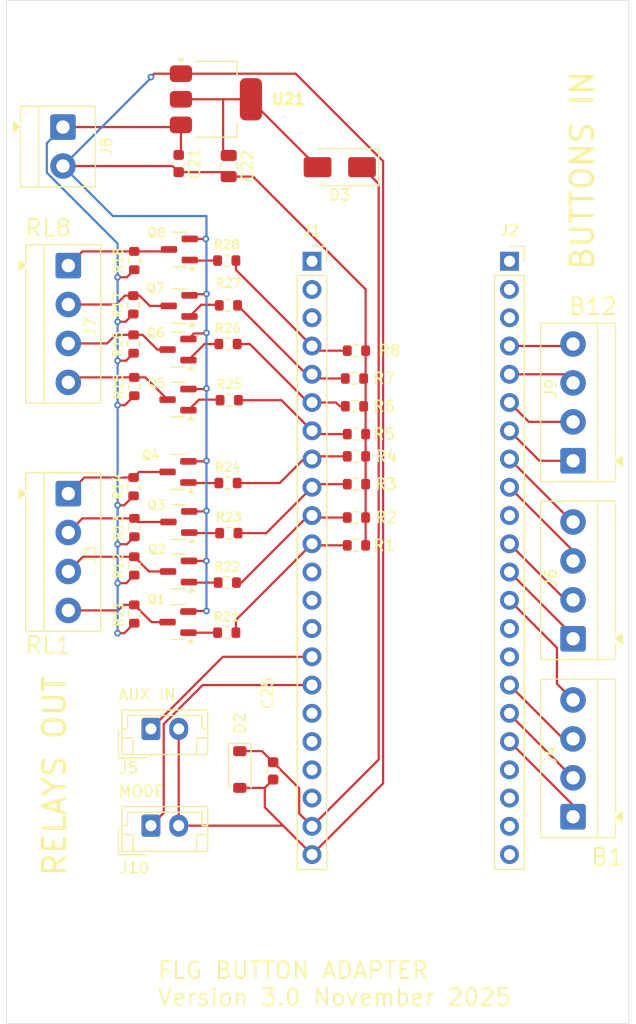
<source format=kicad_pcb>
(kicad_pcb (version 20241229) (generator "pcbnew") (generator_version "9.0")
  (layers (0 "F.Cu" signal) (2 "B.Cu" signal) (13 "F.Paste" user) (15 "B.Paste" user) (5 "F.SilkS" user "F.Silkscreen") (7 "B.SilkS" user "B.Silkscreen") (1 "F.Mask" user) (3 "B.Mask" user) (25 "Edge.Cuts" user))
  (net 0 "")
  (net 1 "+5V")
  (net 3 "/IN 9")
  (net 4 "/IN 11")
  (net 5 "/IN 12")
  (net 6 "/IN 10")
  (net 7 "GND")
  (net 8 "/IN 2")
  (net 9 "/IN 1")
  (net 10 "/IN 3")
  (net 11 "/IN 4")
  (net 12 "/OUT 3")
  (net 13 "/OUT 2")
  (net 14 "/OUT 4")
  (net 15 "/OUT 1")
  (net 16 "/IN 5")
  (net 17 "/IN 7")
  (net 18 "/OUT 8")
  (net 19 "/IN 8")
  (net 20 "/IN 6")
  (net 21 "/OUT 5")
  (net 22 "/OUT 6")
  (net 23 "/OUT 7")
  (net 25 "+12V")
  (net 26 "/SIGNAL 3")
  (net 27 "/SIGNAL 4")
  (net 28 "/SIGNAL 1")
  (net 29 "/SIGNAL 2")
  (net 30 "/SIGNAL 6")
  (net 31 "/SIGNAL 7")
  (net 32 "/SIGNAL 8")
  (net 33 "/SIGNAL 5")
  (net 34 "Net-(Q1-B)")
  (net 35 "Net-(Q2-B)")
  (net 36 "Net-(Q3-B)")
  (net 37 "Net-(Q4-B)")
  (net 38 "Net-(Q5-B)")
  (net 39 "Net-(Q6-B)")
  (net 40 "Net-(Q7-B)")
  (net 41 "Net-(Q8-B)")
  (net 42 "Net-(D3-A)")
  (net 47 "/AUX IN")
  (net 48 "/MODE")
  (footprint "Package_TO_SOT_SMD:SOT-23" (layer "F.Cu") (at 70.0375 71.975 180)
    (property "Reference" "Q7" (at 2.125 1.6 0) (layer "F.SilkS") (effects (font (size 0.8 0.8))))
    (property "Value" "BC817")
    (pad "1" smd roundrect (at -0.9375 -0.95 180) (size 1.475 0.6) (layers "F.Cu" "F.Mask" "F.Paste") (net 40 "Net-(Q7-B)"))
    (pad "2" smd roundrect (at -0.9375 0.95 180) (size 1.475 0.6) (layers "F.Cu" "F.Mask" "F.Paste") (net 7 "GND"))
    (pad "3" smd roundrect (at 0.9375 0 180) (size 1.475 0.6) (layers "F.Cu" "F.Mask" "F.Paste") (net 31 "/SIGNAL 7"))
  )
  (footprint "Resistor_SMD:R_0603_1608Metric" (layer "F.Cu") (at 66 99.675 90)
    (property "Reference" "R11" (at 0 -1.43 90) (layer "F.SilkS") (effects (font (size 0.8 0.8))))
    (property "Value" "10K")
    (pad "1" smd roundrect (at -0.825 0 90) (size 0.8 0.95) (layers "F.Cu" "F.Mask" "F.Paste") (net 25 "+12V"))
    (pad "2" smd roundrect (at 0.825 0 90) (size 0.8 0.95) (layers "F.Cu" "F.Mask" "F.Paste") (net 28 "/SIGNAL 1"))
  )
  (footprint "Package_TO_SOT_SMD:SOT-23" (layer "F.Cu") (at 69.9375 75.9 180)
    (property "Reference" "Q6" (at 2 1.5 0) (layer "F.SilkS") (effects (font (size 0.8 0.8))))
    (property "Value" "BC817")
    (pad "1" smd roundrect (at -0.9375 -0.95 180) (size 1.475 0.6) (layers "F.Cu" "F.Mask" "F.Paste") (net 39 "Net-(Q6-B)"))
    (pad "2" smd roundrect (at -0.9375 0.95 180) (size 1.475 0.6) (layers "F.Cu" "F.Mask" "F.Paste") (net 7 "GND"))
    (pad "3" smd roundrect (at 0.9375 0 180) (size 1.475 0.6) (layers "F.Cu" "F.Mask" "F.Paste") (net 30 "/SIGNAL 6"))
  )
  (footprint "Resistor_SMD:R_0603_1608Metric" (layer "F.Cu") (at 74.4375 75.4)
    (property "Reference" "R26" (at 0 -1.43 0) (layer "F.SilkS") (effects (font (size 0.8 0.8))))
    (property "Value" "4.7k")
    (pad "1" smd roundrect (at -0.825 0) (size 0.8 0.95) (layers "F.Cu" "F.Mask" "F.Paste") (net 39 "Net-(Q6-B)"))
    (pad "2" smd roundrect (at 0.825 0) (size 0.8 0.95) (layers "F.Cu" "F.Mask" "F.Paste") (net 22 "/OUT 6"))
  )
  (footprint "Package_TO_SOT_SMD:SOT-23" (layer "F.Cu") (at 69.9375 80.4 180)
    (property "Reference" "Q5" (at 1.9375 1.5 0) (layer "F.SilkS") (effects (font (size 0.8 0.8) (thickness 0.125))))
    (property "Value" "BC817")
    (pad "1" smd roundrect (at -0.9375 -0.95 180) (size 1.475 0.6) (layers "F.Cu" "F.Mask" "F.Paste") (net 38 "Net-(Q5-B)"))
    (pad "2" smd roundrect (at -0.9375 0.95 180) (size 1.475 0.6) (layers "F.Cu" "F.Mask" "F.Paste") (net 7 "GND"))
    (pad "3" smd roundrect (at 0.9375 0 180) (size 1.475 0.6) (layers "F.Cu" "F.Mask" "F.Paste") (net 33 "/SIGNAL 5"))
  )
  (footprint "TerminalBlock_MetzConnect:TerminalBlock_MetzConnect_Type059_RT06304HBWC_1x04_P3.50mm_Horizontal" (layer "F.Cu") (at 60.0625 88.85 -90)
    (property "Reference" "J3" (at 5.5 -2 90) (layer "F.SilkS"))
    (property "Value" "Screw_Terminal_01x04")
    (pad "1" thru_hole roundrect (at 0 0 270) (size 2.3 2.3) (drill 1.2) (layers "*.Cu" "*.Mask") (roundrect_rratio 0.108696) (net 27 "/SIGNAL 4"))
    (pad "2" thru_hole circle (at 3.5 0 270) (size 2.3 2.3) (drill 1.2) (layers "*.Cu" "*.Mask") (net 26 "/SIGNAL 3"))
    (pad "3" thru_hole circle (at 7 0 270) (size 2.3 2.3) (drill 1.2) (layers "*.Cu" "*.Mask") (net 29 "/SIGNAL 2"))
    (pad "4" thru_hole circle (at 10.5 0 270) (size 2.3 2.3) (drill 1.2) (layers "*.Cu" "*.Mask") (net 28 "/SIGNAL 1"))
  )
  (footprint "Capacitor_SMD:C_0603_1608Metric" (layer "F.Cu") (at 78.5 113.775 90)
    (property "Reference" "C25" (at 7 -0.5 90) (layer "F.SilkS"))
    (property "Value" "100n")
    (pad "1" smd roundrect (at -0.775 0 90) (size 0.9 0.95) (layers "F.Cu" "F.Mask" "F.Paste") (net 7 "GND"))
    (pad "2" smd roundrect (at 0.775 0 90) (size 0.9 0.95) (layers "F.Cu" "F.Mask" "F.Paste") (net 1 "+5V"))
  )
  (footprint "Resistor_SMD:R_0603_1608Metric" (layer "F.Cu") (at 86 93.5)
    (property "Reference" "R1" (at 2.5 0 0) (layer "F.SilkS"))
    (property "Value" "10k")
    (pad "1" smd roundrect (at -0.825 0) (size 0.8 0.95) (layers "F.Cu" "F.Mask" "F.Paste") (net 15 "/OUT 1"))
    (pad "2" smd roundrect (at 0.825 0) (size 0.8 0.95) (layers "F.Cu" "F.Mask" "F.Paste") (net 7 "GND"))
  )
  (footprint "Resistor_SMD:R_0603_1608Metric" (layer "F.Cu") (at 74.475 71.925)
    (property "Reference" "R27" (at 0 -2 0) (layer "F.SilkS") (effects (font (size 0.8 0.8))))
    (property "Value" "4.7k")
    (pad "1" smd roundrect (at -0.825 0) (size 0.8 0.95) (layers "F.Cu" "F.Mask" "F.Paste") (net 40 "Net-(Q7-B)"))
    (pad "2" smd roundrect (at 0.825 0) (size 0.8 0.95) (layers "F.Cu" "F.Mask" "F.Paste") (net 23 "/OUT 7"))
  )
  (footprint "Capacitor_SMD:C_0603_1608Metric" (layer "F.Cu") (at 70 59.175 -90)
    (property "Reference" "C21" (at 0 -1.43 90) (layer "F.SilkS"))
    (property "Value" "1u")
    (pad "1" smd roundrect (at -0.775 0 270) (size 0.9 0.95) (layers "F.Cu" "F.Mask" "F.Paste") (net 25 "+12V"))
    (pad "2" smd roundrect (at 0.775 0 270) (size 0.9 0.95) (layers "F.Cu" "F.Mask" "F.Paste") (net 7 "GND"))
  )
  (footprint "TerminalBlock_MetzConnect:TerminalBlock_MetzConnect_Type059_RT06304HBWC_1x04_P3.50mm_Horizontal" (layer "F.Cu") (at 105.5 117.9 90)
    (property "Reference" "J4" (at 5.5 -2 90) (layer "F.SilkS"))
    (property "Value" "Screw_Terminal_01x04")
    (pad "1" thru_hole roundrect (at 0 0 90) (size 2.3 2.3) (drill 1.2) (layers "*.Cu" "*.Mask") (roundrect_rratio 0.108696) (net 9 "/IN 1"))
    (pad "2" thru_hole circle (at 3.5 0 90) (size 2.3 2.3) (drill 1.2) (layers "*.Cu" "*.Mask") (net 8 "/IN 2"))
    (pad "3" thru_hole circle (at 7 0 90) (size 2.3 2.3) (drill 1.2) (layers "*.Cu" "*.Mask") (net 10 "/IN 3"))
    (pad "4" thru_hole circle (at 10.5 0 90) (size 2.3 2.3) (drill 1.2) (layers "*.Cu" "*.Mask") (net 11 "/IN 4"))
  )
  (footprint "Resistor_SMD:R_0603_1608Metric" (layer "F.Cu") (at 74.325 101.35)
    (property "Reference" "R21" (at 0 -1.43 0) (layer "F.SilkS") (effects (font (size 0.8 0.8))))
    (property "Value" "4.7k")
    (pad "1" smd roundrect (at -0.825 0) (size 0.8 0.95) (layers "F.Cu" "F.Mask" "F.Paste") (net 34 "Net-(Q1-B)"))
    (pad "2" smd roundrect (at 0.825 0) (size 0.8 0.95) (layers "F.Cu" "F.Mask" "F.Paste") (net 15 "/OUT 1"))
  )
  (footprint "Connector_PinSocket_2.54mm:PinSocket_1x22_P2.54mm_Vertical" (layer "F.Cu") (at 99.78 67.96)
    (property "Reference" "J2" (at 0 -2.77 0) (layer "F.SilkS"))
    (property "Value" "Conn_01x22_Socket")
    (pad "1" thru_hole rect (at 0 0) (size 1.7 1.7) (drill 1) (layers "*.Cu" "*.Mask"))
    (pad "2" thru_hole circle (at 0 2.54) (size 1.7 1.7) (drill 1) (layers "*.Cu" "*.Mask"))
    (pad "3" thru_hole circle (at 0 5.08) (size 1.7 1.7) (drill 1) (layers "*.Cu" "*.Mask"))
    (pad "4" thru_hole circle (at 0 7.62) (size 1.7 1.7) (drill 1) (layers "*.Cu" "*.Mask") (net 5 "/IN 12"))
    (pad "5" thru_hole circle (at 0 10.16) (size 1.7 1.7) (drill 1) (layers "*.Cu" "*.Mask") (net 4 "/IN 11"))
    (pad "6" thru_hole circle (at 0 12.7) (size 1.7 1.7) (drill 1) (layers "*.Cu" "*.Mask") (net 6 "/IN 10"))
    (pad "7" thru_hole circle (at 0 15.24) (size 1.7 1.7) (drill 1) (layers "*.Cu" "*.Mask") (net 3 "/IN 9"))
    (pad "8" thru_hole circle (at 0 17.78) (size 1.7 1.7) (drill 1) (layers "*.Cu" "*.Mask") (net 19 "/IN 8"))
    (pad "9" thru_hole circle (at 0 20.32) (size 1.7 1.7) (drill 1) (layers "*.Cu" "*.Mask") (net 17 "/IN 7"))
    (pad "10" thru_hole circle (at 0 22.86) (size 1.7 1.7) (drill 1) (layers "*.Cu" "*.Mask"))
    (pad "11" thru_hole circle (at 0 25.4) (size 1.7 1.7) (drill 1) (layers "*.Cu" "*.Mask") (net 20 "/IN 6"))
    (pad "12" thru_hole circle (at 0 27.94) (size 1.7 1.7) (drill 1) (layers "*.Cu" "*.Mask") (net 16 "/IN 5"))
    (pad "13" thru_hole circle (at 0 30.48) (size 1.7 1.7) (drill 1) (layers "*.Cu" "*.Mask") (net 11 "/IN 4"))
    (pad "14" thru_hole circle (at 0 33.02) (size 1.7 1.7) (drill 1) (layers "*.Cu" "*.Mask"))
    (pad "15" thru_hole circle (at 0 35.56) (size 1.7 1.7) (drill 1) (layers "*.Cu" "*.Mask"))
    (pad "16" thru_hole circle (at 0 38.1) (size 1.7 1.7) (drill 1) (layers "*.Cu" "*.Mask") (net 10 "/IN 3"))
    (pad "17" thru_hole circle (at 0 40.64) (size 1.7 1.7) (drill 1) (layers "*.Cu" "*.Mask") (net 8 "/IN 2"))
    (pad "18" thru_hole circle (at 0 43.18) (size 1.7 1.7) (drill 1) (layers "*.Cu" "*.Mask") (net 9 "/IN 1"))
    (pad "19" thru_hole circle (at 0 45.72) (size 1.7 1.7) (drill 1) (layers "*.Cu" "*.Mask"))
    (pad "20" thru_hole circle (at 0 48.26) (size 1.7 1.7) (drill 1) (layers "*.Cu" "*.Mask"))
    (pad "21" thru_hole circle (at 0 50.8) (size 1.7 1.7) (drill 1) (layers "*.Cu" "*.Mask"))
    (pad "22" thru_hole circle (at 0 53.34) (size 1.7 1.7) (drill 1) (layers "*.Cu" "*.Mask"))
  )
  (footprint "Resistor_SMD:R_0603_1608Metric" (layer "F.Cu") (at 74.325 67.9)
    (property "Reference" "R28" (at 0 -1.43 0) (layer "F.SilkS") (effects (font (size 0.8 0.8))))
    (property "Value" "4.7k")
    (pad "1" smd roundrect (at -0.825 0) (size 0.8 0.95) (layers "F.Cu" "F.Mask" "F.Paste") (net 41 "Net-(Q8-B)"))
    (pad "2" smd roundrect (at 0.825 0) (size 0.8 0.95) (layers "F.Cu" "F.Mask" "F.Paste") (net 18 "/OUT 8"))
  )
  (footprint "Resistor_SMD:R_0603_1608Metric" (layer "F.Cu") (at 86 83.5)
    (property "Reference" "R5" (at 2.5 0 0) (layer "F.SilkS"))
    (property "Value" "10k")
    (pad "1" smd roundrect (at -0.825 0) (size 0.8 0.95) (layers "F.Cu" "F.Mask" "F.Paste") (net 21 "/OUT 5"))
    (pad "2" smd roundrect (at 0.825 0) (size 0.8 0.95) (layers "F.Cu" "F.Mask" "F.Paste") (net 7 "GND"))
  )
  (footprint "Resistor_SMD:R_0603_1608Metric" (layer "F.Cu") (at 86 85.5)
    (property "Reference" "R4" (at 2.675 0 0) (layer "F.SilkS"))
    (property "Value" "10k")
    (pad "1" smd roundrect (at -0.825 0) (size 0.8 0.95) (layers "F.Cu" "F.Mask" "F.Paste") (net 14 "/OUT 4"))
    (pad "2" smd roundrect (at 0.825 0) (size 0.8 0.95) (layers "F.Cu" "F.Mask" "F.Paste") (net 7 "GND"))
  )
  (footprint "Resistor_SMD:R_0603_1608Metric" (layer "F.Cu") (at 66 67.9 90)
    (property "Reference" "R18" (at 0 -1.43 90) (layer "F.SilkS") (effects (font (size 0.8 0.8))))
    (property "Value" "1.5K")
    (pad "1" smd roundrect (at -0.825 0 90) (size 0.8 0.95) (layers "F.Cu" "F.Mask" "F.Paste") (net 25 "+12V"))
    (pad "2" smd roundrect (at 0.825 0 90) (size 0.8 0.95) (layers "F.Cu" "F.Mask" "F.Paste") (net 32 "/SIGNAL 8"))
  )
  (footprint "TerminalBlock_MetzConnect:TerminalBlock_MetzConnect_Type059_RT06302HBWC_1x02_P3.50mm_Horizontal" (layer "F.Cu") (at 59.5825 55.9 -90)
    (property "Reference" "J8" (at 1.75 -3.92 90) (layer "F.SilkS"))
    (property "Value" "Screw_Terminal_01x02")
    (pad "1" thru_hole roundrect (at 0 0 270) (size 2.3 2.3) (drill 1.2) (layers "*.Cu" "*.Mask") (roundrect_rratio 0.108696) (net 25 "+12V"))
    (pad "2" thru_hole circle (at 3.5 0 270) (size 2.3 2.3) (drill 1.2) (layers "*.Cu" "*.Mask") (net 7 "GND"))
  )
  (footprint "Resistor_SMD:R_0603_1608Metric" (layer "F.Cu") (at 74.5125 92.4)
    (property "Reference" "R23" (at 0 -1.43 0) (layer "F.SilkS") (effects (font (size 0.8 0.8))))
    (property "Value" "4.7k")
    (pad "1" smd roundrect (at -0.825 0) (size 0.8 0.95) (layers "F.Cu" "F.Mask" "F.Paste") (net 36 "Net-(Q3-B)"))
    (pad "2" smd roundrect (at 0.825 0) (size 0.8 0.95) (layers "F.Cu" "F.Mask" "F.Paste") (net 12 "/OUT 3"))
  )
  (footprint "Resistor_SMD:R_0603_1608Metric" (layer "F.Cu") (at 86 91)
    (property "Reference" "R2" (at 2.675 0 0) (layer "F.SilkS"))
    (property "Value" "10k")
    (pad "1" smd roundrect (at -0.825 0) (size 0.8 0.95) (layers "F.Cu" "F.Mask" "F.Paste") (net 13 "/OUT 2"))
    (pad "2" smd roundrect (at 0.825 0) (size 0.8 0.95) (layers "F.Cu" "F.Mask" "F.Paste") (net 7 "GND"))
  )
  (footprint "Resistor_SMD:R_0603_1608Metric" (layer "F.Cu") (at 85.825 81)
    (property "Reference" "R6" (at 2.675 0 0) (layer "F.SilkS"))
    (property "Value" "10k")
    (pad "1" smd roundrect (at -0.825 0) (size 0.8 0.95) (layers "F.Cu" "F.Mask" "F.Paste") (net 22 "/OUT 6"))
    (pad "2" smd roundrect (at 0.825 0) (size 0.8 0.95) (layers "F.Cu" "F.Mask" "F.Paste") (net 7 "GND"))
  )
  (footprint "Resistor_SMD:R_0603_1608Metric" (layer "F.Cu") (at 74.4375 87.9)
    (property "Reference" "R24" (at 0 -1.43 0) (layer "F.SilkS") (effects (font (size 0.8 0.8))))
    (property "Value" "4.7k")
    (pad "1" smd roundrect (at -0.825 0) (size 0.8 0.95) (layers "F.Cu" "F.Mask" "F.Paste") (net 37 "Net-(Q4-B)"))
    (pad "2" smd roundrect (at 0.825 0) (size 0.8 0.95) (layers "F.Cu" "F.Mask" "F.Paste") (net 14 "/OUT 4"))
  )
  (footprint "Package_TO_SOT_SMD:SOT-23" (layer "F.Cu") (at 70.0125 91.4 180)
    (property "Reference" "Q3" (at 2.0125 1.5 0) (layer "F.SilkS") (effects (font (size 0.8 0.8) (thickness 0.125) (bold yes))))
    (property "Value" "BC817")
    (pad "1" smd roundrect (at -0.9375 -0.95 180) (size 1.475 0.6) (layers "F.Cu" "F.Mask" "F.Paste") (net 36 "Net-(Q3-B)"))
    (pad "2" smd roundrect (at -0.9375 0.95 180) (size 1.475 0.6) (layers "F.Cu" "F.Mask" "F.Paste") (net 7 "GND"))
    (pad "3" smd roundrect (at 0.9375 0 180) (size 1.475 0.6) (layers "F.Cu" "F.Mask" "F.Paste") (net 26 "/SIGNAL 3"))
  )
  (footprint "Capacitor_SMD:C_0805_2012Metric" (layer "F.Cu") (at 74.5 59.4 -90)
    (property "Reference" "C22" (at 0 -1.68 90) (layer "F.SilkS"))
    (property "Value" "10u")
    (pad "1" smd roundrect (at -0.95 0 270) (size 1 1.45) (layers "F.Cu" "F.Mask" "F.Paste") (net 42 "Net-(D3-A)"))
    (pad "2" smd roundrect (at 0.95 0 270) (size 1 1.45) (layers "F.Cu" "F.Mask" "F.Paste") (net 7 "GND"))
  )
  (footprint "Resistor_SMD:R_0603_1608Metric" (layer "F.Cu") (at 66.0125 91.9 90)
    (property "Reference" "R13" (at 0 -1.43 90) (layer "F.SilkS") (effects (font (size 0.8 0.8))))
    (property "Value" "10K")
    (pad "1" smd roundrect (at -0.825 0 90) (size 0.8 0.95) (layers "F.Cu" "F.Mask" "F.Paste") (net 25 "+12V"))
    (pad "2" smd roundrect (at 0.825 0 90) (size 0.8 0.95) (layers "F.Cu" "F.Mask" "F.Paste") (net 26 "/SIGNAL 3"))
  )
  (footprint "Package_TO_SOT_SMD:SOT-23" (layer "F.Cu") (at 70.0625 66.9 180)
    (property "Reference" "Q8" (at 2.0625 1.5 0) (layer "F.SilkS") (effects (font (size 0.8 0.8))))
    (property "Value" "BC817")
    (pad "1" smd roundrect (at -0.9375 -0.95 180) (size 1.475 0.6) (layers "F.Cu" "F.Mask" "F.Paste") (net 41 "Net-(Q8-B)"))
    (pad "2" smd roundrect (at -0.9375 0.95 180) (size 1.475 0.6) (layers "F.Cu" "F.Mask" "F.Paste") (net 7 "GND"))
    (pad "3" smd roundrect (at 0.9375 0 180) (size 1.475 0.6) (layers "F.Cu" "F.Mask" "F.Paste") (net 32 "/SIGNAL 8"))
  )
  (footprint "TerminalBlock_MetzConnect:TerminalBlock_MetzConnect_Type059_RT06304HBWC_1x04_P3.50mm_Horizontal" (layer "F.Cu") (at 105.5 85.9 90)
    (property "Reference" "J9" (at 6.5 -2 90) (layer "F.SilkS"))
    (property "Value" "Screw_Terminal_01x04")
    (pad "1" thru_hole roundrect (at 0 0 90) (size 2.3 2.3) (drill 1.2) (layers "*.Cu" "*.Mask") (roundrect_rratio 0.108696) (net 3 "/IN 9"))
    (pad "2" thru_hole circle (at 3.5 0 90) (size 2.3 2.3) (drill 1.2) (layers "*.Cu" "*.Mask") (net 6 "/IN 10"))
    (pad "3" thru_hole circle (at 7 0 90) (size 2.3 2.3) (drill 1.2) (layers "*.Cu" "*.Mask") (net 4 "/IN 11"))
    (pad "4" thru_hole circle (at 10.5 0 90) (size 2.3 2.3) (drill 1.2) (layers "*.Cu" "*.Mask") (net 5 "/IN 12"))
  )
  (footprint "Resistor_SMD:R_0603_1608Metric" (layer "F.Cu") (at 65.9375 88.225 90)
    (property "Reference" "R14" (at 0 -1.43 90) (layer "F.SilkS") (effects (font (size 0.8 0.8))))
    (property "Value" "10K")
    (pad "1" smd roundrect (at -0.825 0 90) (size 0.8 0.95) (layers "F.Cu" "F.Mask" "F.Paste") (net 25 "+12V"))
    (pad "2" smd roundrect (at 0.825 0 90) (size 0.8 0.95) (layers "F.Cu" "F.Mask" "F.Paste") (net 27 "/SIGNAL 4"))
  )
  (footprint "TerminalBlock_MetzConnect:TerminalBlock_MetzConnect_Type059_RT06304HBWC_1x04_P3.50mm_Horizontal" (layer "F.Cu") (at 60.0625 68.35 -90)
    (property "Reference" "J7" (at 5.5 -2 90) (layer "F.SilkS"))
    (property "Value" "Screw_Terminal_01x04")
    (pad "1" thru_hole roundrect (at 0 0 270) (size 2.3 2.3) (drill 1.2) (layers "*.Cu" "*.Mask") (roundrect_rratio 0.108696) (net 32 "/SIGNAL 8"))
    (pad "2" thru_hole circle (at 3.5 0 270) (size 2.3 2.3) (drill 1.2) (layers "*.Cu" "*.Mask") (net 31 "/SIGNAL 7"))
    (pad "3" thru_hole circle (at 7 0 270) (size 2.3 2.3) (drill 1.2) (layers "*.Cu" "*.Mask") (net 30 "/SIGNAL 6"))
    (pad "4" thru_hole circle (at 10.5 0 270) (size 2.3 2.3) (drill 1.2) (layers "*.Cu" "*.Mask") (net 33 "/SIGNAL 5"))
  )
  (footprint "Resistor_SMD:R_0603_1608Metric" (layer "F.Cu") (at 74.375 96.85)
    (property "Reference" "R22" (at 0 -1.43 0) (layer "F.SilkS") (effects (font (size 0.8 0.8))))
    (property "Value" "4.7k")
    (pad "1" smd roundrect (at -0.825 0) (size 0.8 0.95) (layers "F.Cu" "F.Mask" "F.Paste") (net 35 "Net-(Q2-B)"))
    (pad "2" smd roundrect (at 0.825 0) (size 0.8 0.95) (layers "F.Cu" "F.Mask" "F.Paste") (net 13 "/OUT 2"))
  )
  (footprint "Resistor_SMD:R_0603_1608Metric" (layer "F.Cu") (at 85.825 78.5)
    (property "Reference" "R7" (at 2.675 0 0) (layer "F.SilkS"))
    (property "Value" "10k")
    (pad "1" smd roundrect (at -0.825 0) (size 0.8 0.95) (layers "F.Cu" "F.Mask" "F.Paste") (net 23 "/OUT 7"))
    (pad "2" smd roundrect (at 0.825 0) (size 0.8 0.95) (layers "F.Cu" "F.Mask" "F.Paste") (net 7 "GND"))
  )
  (footprint "Diode_SMD:D_SOD-123" (layer "F.Cu") (at 75.5 113.65 -90)
    (property "Reference" "D2" (at -4.15 0 90) (layer "F.SilkS"))
    (property "Value" "MBR0530")
    (pad "1" smd roundrect (at -1.65 0 270) (size 0.9 1.2) (layers "F.Cu" "F.Mask" "F.Paste") (net 1 "+5V"))
    (pad "2" smd roundrect (at 1.65 0 270) (size 0.9 1.2) (layers "F.Cu" "F.Mask" "F.Paste") (net 7 "GND"))
  )
  (footprint "Resistor_SMD:R_0603_1608Metric" (layer "F.Cu") (at 86 88)
    (property "Reference" "R3" (at 2.675 0 0) (layer "F.SilkS"))
    (property "Value" "10k")
    (pad "1" smd roundrect (at -0.825 0) (size 0.8 0.95) (layers "F.Cu" "F.Mask" "F.Paste") (net 12 "/OUT 3"))
    (pad "2" smd roundrect (at 0.825 0) (size 0.8 0.95) (layers "F.Cu" "F.Mask" "F.Paste") (net 7 "GND"))
  )
  (footprint "TerminalBlock_MetzConnect:TerminalBlock_MetzConnect_Type059_RT06304HBWC_1x04_P3.50mm_Horizontal" (layer "F.Cu") (at 105.5 101.9 90)
    (property "Reference" "J6" (at 5.5 -2 90) (layer "F.SilkS"))
    (property "Value" "Screw_Terminal_01x04")
    (pad "1" thru_hole roundrect (at 0 0 90) (size 2.3 2.3) (drill 1.2) (layers "*.Cu" "*.Mask") (roundrect_rratio 0.108696) (net 16 "/IN 5"))
    (pad "2" thru_hole circle (at 3.5 0 90) (size 2.3 2.3) (drill 1.2) (layers "*.Cu" "*.Mask") (net 20 "/IN 6"))
    (pad "3" thru_hole circle (at 7 0 90) (size 2.3 2.3) (drill 1.2) (layers "*.Cu" "*.Mask") (net 17 "/IN 7"))
    (pad "4" thru_hole circle (at 10.5 0 90) (size 2.3 2.3) (drill 1.2) (layers "*.Cu" "*.Mask") (net 19 "/IN 8"))
  )
  (footprint "Diode_SMD:D_SMA" (layer "F.Cu") (at 84.5 59.5 180)
    (property "Reference" "D3" (at 0 -2.5 0) (layer "F.SilkS"))
    (property "Value" "US1A")
    (pad "1" smd roundrect (at -2 0 180) (size 2.5 1.8) (layers "F.Cu" "F.Mask" "F.Paste") (roundrect_rratio 0.1388888889) (net 1 "+5V"))
    (pad "2" smd roundrect (at 2 0 180) (size 2.5 1.8) (layers "F.Cu" "F.Mask" "F.Paste") (roundrect_rratio 0.1388888889) (net 42 "Net-(D3-A)"))
  )
  (footprint "Package_TO_SOT_SMD:SOT-23" (layer "F.Cu") (at 69.9875 95.85 180)
    (property "Reference" "Q2" (at 1.9375 2 0) (layer "F.SilkS") (effects (font (size 0.8 0.8))))
    (property "Value" "BC817")
    (pad "1" smd roundrect (at -0.9375 -0.95 180) (size 1.475 0.6) (layers "F.Cu" "F.Mask" "F.Paste") (net 35 "Net-(Q2-B)"))
    (pad "2" smd roundrect (at -0.9375 0.95 180) (size 1.475 0.6) (layers "F.Cu" "F.Mask" "F.Paste") (net 7 "GND"))
    (pad "3" smd roundrect (at 0.9375 0 180) (size 1.475 0.6) (layers "F.Cu" "F.Mask" "F.Paste") (net 29 "/SIGNAL 2"))
  )
  (footprint "Resistor_SMD:R_0603_1608Metric" (layer "F.Cu") (at 66 79.225 90)
    (property "Reference" "R15" (at 0 -1.43 90) (layer "F.SilkS") (effects (font (size 0.8 0.8))))
    (property "Value" "10K")
    (pad "1" smd roundrect (at -0.825 0 90) (size 0.8 0.95) (layers "F.Cu" "F.Mask" "F.Paste") (net 25 "+12V"))
    (pad "2" smd roundrect (at 0.825 0 90) (size 0.8 0.95) (layers "F.Cu" "F.Mask" "F.Paste") (net 33 "/SIGNAL 5"))
  )
  (footprint "Package_TO_SOT_SMD:SOT-223-3_TabPin2" (layer "F.Cu") (at 73.35 53.4)
    (property "Reference" "U21" (at 6.53 0 0) (layer "F.SilkS") (effects (font (thickness 0.25) (bold yes))))
    (property "Value" "TLV1117-50IDCYR")
    (pad "1" smd roundrect (at -3.15 -2.3) (size 2 1.5) (layers "F.Cu" "F.Mask" "F.Paste") (net 7 "GND"))
    (pad "2" smd roundrect (at -3.15 0) (size 2 1.5) (layers "F.Cu" "F.Mask" "F.Paste") (net 42 "Net-(D3-A)"))
    (pad "2" smd roundrect (at 3.15 0) (size 2 3.8) (layers "F.Cu" "F.Mask" "F.Paste") (net 42 "Net-(D3-A)"))
    (pad "3" smd roundrect (at -3.15 2.3) (size 2 1.5) (layers "F.Cu" "F.Mask" "F.Paste") (net 25 "+12V"))
  )
  (footprint "Resistor_SMD:R_0603_1608Metric" (layer "F.Cu") (at 66 95.35 90)
    (property "Reference" "R12" (at 0 -1.43 90) (layer "F.SilkS") (effects (font (size 0.8 0.8))))
    (property "Value" "10K")
    (pad "1" smd roundrect (at -0.825 0 90) (size 0.8 0.95) (layers "F.Cu" "F.Mask" "F.Paste") (net 25 "+12V"))
    (pad "2" smd roundrect (at 0.825 0 90) (size 0.8 0.95) (layers "F.Cu" "F.Mask" "F.Paste") (net 29 "/SIGNAL 2"))
  )
  (footprint "Connector_JST:JST_EH_B2B-EH-A_1x02_P2.50mm_Vertical" (layer "F.Cu") (at 67.5 118.7)
    (property "Reference" "J10" (at -1.5 3.8 0) (layer "F.SilkS"))
    (property "Value" "Conn_01x02_Pin")
    (pad "1" thru_hole roundrect (at 0 0) (size 1.7 2) (drill 1) (layers "*.Cu" "*.Mask") (roundrect_rratio 0.147059) (net 48 "/MODE"))
    (pad "2" thru_hole oval (at 2.5 0) (size 1.7 2) (drill 1) (layers "*.Cu" "*.Mask") (net 7 "GND"))
  )
  (footprint "Resistor_SMD:R_0603_1608Metric" (layer "F.Cu") (at 86 76)
    (property "Reference" "R8" (at 3 0 0) (layer "F.SilkS"))
    (property "Value" "10k")
    (pad "1" smd roundrect (at -0.825 0) (size 0.8 0.95) (layers "F.Cu" "F.Mask" "F.Paste") (net 18 "/OUT 8"))
    (pad "2" smd roundrect (at 0.825 0) (size 0.8 0.95) (layers "F.Cu" "F.Mask" "F.Paste") (net 7 "GND"))
  )
  (footprint "Connector_JST:JST_EH_B2B-EH-A_1x02_P2.50mm_Vertical" (layer "F.Cu") (at 67.5 110)
    (property "Reference" "J5" (at -2 3.5 0) (layer "F.SilkS"))
    (property "Value" "Conn_01x02_Pin")
    (pad "1" thru_hole roundrect (at 0 0) (size 1.7 2) (drill 1) (layers "*.Cu" "*.Mask") (roundrect_rratio 0.147059) (net 47 "/AUX IN"))
    (pad "2" thru_hole oval (at 2.5 0) (size 1.7 2) (drill 1) (layers "*.Cu" "*.Mask") (net 7 "GND"))
  )
  (footprint "Resistor_SMD:R_0603_1608Metric" (layer "F.Cu") (at 74.55 80.45)
    (property "Reference" "R25" (at 0 -1.43 0) (layer "F.SilkS") (effects (font (size 0.8 0.8))))
    (property "Value" "4.7k")
    (pad "1" smd roundrect (at -0.825 0) (size 0.8 0.95) (layers "F.Cu" "F.Mask" "F.Paste") (net 38 "Net-(Q5-B)"))
    (pad "2" smd roundrect (at 0.825 0) (size 0.8 0.95) (layers "F.Cu" "F.Mask" "F.Paste") (net 21 "/OUT 5"))
  )
  (footprint "Resistor_SMD:R_0603_1608Metric" (layer "F.Cu") (at 65.9375 75.4 90)
    (property "Reference" "R16" (at 0 -1.43 90) (layer "F.SilkS") (effects (font (size 0.8 0.8))))
    (property "Value" "10K")
    (pad "1" smd roundrect (at -0.825 0 90) (size 0.8 0.95) (layers "F.Cu" "F.Mask" "F.Paste") (net 25 "+12V"))
    (pad "2" smd roundrect (at 0.825 0 90) (size 0.8 0.95) (layers "F.Cu" "F.Mask" "F.Paste") (net 30 "/SIGNAL 6"))
  )
  (footprint "Resistor_SMD:R_0603_1608Metric" (layer "F.Cu") (at 65.9125 71.875 90)
    (property "Reference" "R17" (at 0 -1.43 90) (layer "F.SilkS") (effects (font (size 0.8 0.8))))
    (property "Value" "10K")
    (pad "1" smd roundrect (at -0.825 0 90) (size 0.8 0.95) (layers "F.Cu" "F.Mask" "F.Paste") (net 25 "+12V"))
    (pad "2" smd roundrect (at 0.825 0 90) (size 0.8 0.95) (layers "F.Cu" "F.Mask" "F.Paste") (net 31 "/SIGNAL 7"))
  )
  (footprint "Connector_PinSocket_2.54mm:PinSocket_1x22_P2.54mm_Vertical" (layer "F.Cu") (at 82 67.96)
    (property "Reference" "J1" (at 0 -2.77 0) (layer "F.SilkS"))
    (property "Value" "Conn_01x22_Socket")
    (pad "1" thru_hole rect (at 0 0) (size 1.7 1.7) (drill 1) (layers "*.Cu" "*.Mask"))
    (pad "2" thru_hole circle (at 0 2.54) (size 1.7 1.7) (drill 1) (layers "*.Cu" "*.Mask"))
    (pad "3" thru_hole circle (at 0 5.08) (size 1.7 1.7) (drill 1) (layers "*.Cu" "*.Mask"))
    (pad "4" thru_hole circle (at 0 7.62) (size 1.7 1.7) (drill 1) (layers "*.Cu" "*.Mask") (net 18 "/OUT 8"))
    (pad "5" thru_hole circle (at 0 10.16) (size 1.7 1.7) (drill 1) (layers "*.Cu" "*.Mask") (net 23 "/OUT 7"))
    (pad "6" thru_hole circle (at 0 12.7) (size 1.7 1.7) (drill 1) (layers "*.Cu" "*.Mask") (net 22 "/OUT 6"))
    (pad "7" thru_hole circle (at 0 15.24) (size 1.7 1.7) (drill 1) (layers "*.Cu" "*.Mask") (net 21 "/OUT 5"))
    (pad "8" thru_hole circle (at 0 17.78) (size 1.7 1.7) (drill 1) (layers "*.Cu" "*.Mask") (net 14 "/OUT 4"))
    (pad "9" thru_hole circle (at 0 20.32) (size 1.7 1.7) (drill 1) (layers "*.Cu" "*.Mask") (net 12 "/OUT 3"))
    (pad "10" thru_hole circle (at 0 22.86) (size 1.7 1.7) (drill 1) (layers "*.Cu" "*.Mask") (net 13 "/OUT 2"))
    (pad "11" thru_hole circle (at 0 25.4) (size 1.7 1.7) (drill 1) (layers "*.Cu" "*.Mask") (net 15 "/OUT 1"))
    (pad "12" thru_hole circle (at 0 27.94) (size 1.7 1.7) (drill 1) (layers "*.Cu" "*.Mask"))
    (pad "13" thru_hole circle (at 0 30.48) (size 1.7 1.7) (drill 1) (layers "*.Cu" "*.Mask"))
    (pad "14" thru_hole circle (at 0 33.02) (size 1.7 1.7) (drill 1) (layers "*.Cu" "*.Mask"))
    (pad "15" thru_hole circle (at 0 35.56) (size 1.7 1.7) (drill 1) (layers "*.Cu" "*.Mask") (net 47 "/AUX IN"))
    (pad "16" thru_hole circle (at 0 38.1) (size 1.7 1.7) (drill 1) (layers "*.Cu" "*.Mask") (net 48 "/MODE"))
    (pad "17" thru_hole circle (at 0 40.64) (size 1.7 1.7) (drill 1) (layers "*.Cu" "*.Mask"))
    (pad "18" thru_hole circle (at 0 43.18) (size 1.7 1.7) (drill 1) (layers "*.Cu" "*.Mask"))
    (pad "19" thru_hole circle (at 0 45.72) (size 1.7 1.7) (drill 1) (layers "*.Cu" "*.Mask"))
    (pad "20" thru_hole circle (at 0 48.26) (size 1.7 1.7) (drill 1) (layers "*.Cu" "*.Mask"))
    (pad "21" thru_hole circle (at 0 50.8) (size 1.7 1.7) (drill 1) (layers "*.Cu" "*.Mask") (net 1 "+5V"))
    (pad "22" thru_hole circle (at 0 53.34) (size 1.7 1.7) (drill 1) (layers "*.Cu" "*.Mask") (net 7 "GND"))
  )
  (footprint "Package_TO_SOT_SMD:SOT-23" (layer "F.Cu") (at 69.9375 86.9 180)
    (property "Reference" "Q4" (at 2.4375 1.5 0) (layer "F.SilkS") (effects (font (size 0.8 0.8))))
    (property "Value" "BC817")
    (pad "1" smd roundrect (at -0.9375 -0.95 180) (size 1.475 0.6) (layers "F.Cu" "F.Mask" "F.Paste") (net 37 "Net-(Q4-B)"))
    (pad "2" smd roundrect (at -0.9375 0.95 180) (size 1.475 0.6) (layers "F.Cu" "F.Mask" "F.Paste") (net 7 "GND"))
    (pad "3" smd roundrect (at 0.9375 0 180) (size 1.475 0.6) (layers "F.Cu" "F.Mask" "F.Paste") (net 27 "/SIGNAL 4"))
  )
  (footprint "Package_TO_SOT_SMD:SOT-23" (layer "F.Cu") (at 69.9375 100.4 180)
    (property "Reference" "Q1" (at 1.9375 2.05 0) (layer "F.SilkS") (effects (font (size 0.8 0.8))))
    (property "Value" "BC817")
    (pad "1" smd roundrect (at -0.9375 -0.95 180) (size 1.475 0.6) (layers "F.Cu" "F.Mask" "F.Paste") (net 34 "Net-(Q1-B)"))
    (pad "2" smd roundrect (at -0.9375 0.95 180) (size 1.475 0.6) (layers "F.Cu" "F.Mask" "F.Paste") (net 7 "GND"))
    (pad "3" smd roundrect (at 0.9375 0 180) (size 1.475 0.6) (layers "F.Cu" "F.Mask" "F.Paste") (net 28 "/SIGNAL 1"))
  )
  (gr_line (start 110.5 44.5) (end 110.5 136.5) (stroke (width 0.05)) (layer "Edge.Cuts"))
  (gr_line (start 110.5 136.5) (end 54.5 136.5) (stroke (width 0.05)) (layer "Edge.Cuts"))
  (gr_line (start 54.5 136.5) (end 54.5 44.5) (stroke (width 0.05)) (layer "Edge.Cuts"))
  (gr_line (start 54.5 44.5) (end 110.5 44.5) (stroke (width 0.05)) (layer "Edge.Cuts"))
  (gr_text "B1" (at 107 122.4 0) (layer "F.SilkS") (effects (font (size 1.5 1.5) (thickness 0.1875)) (justify left bottom)))
  (gr_text "RL8" (at 56.0625 65.85 0) (layer "F.SilkS") (effects (font (size 1.5 1.5) (thickness 0.1875)) (justify left bottom)))
  (gr_text "B12" (at 105 72.9 0) (layer "F.SilkS") (effects (font (size 1.5 1.5) (thickness 0.1875)) (justify left bottom)))
  (gr_text "RL1" (at 56.0625 103.35 0) (layer "F.SilkS") (effects (font (size 1.5 1.5) (thickness 0.1875)) (justify left bottom)))
  (gr_text "BUTTONS IN" (at 107.5 68.9 90) (layer "F.SilkS") (effects (font (size 2 2) (thickness 0.3)) (justify left bottom)))
  (gr_text "RELAYS OUT" (at 60 123.4 90) (layer "F.SilkS") (effects (font (size 2 2) (thickness 0.3)) (justify left bottom)))
  (gr_text "AUX IN" (at 64.5 107.5 0) (layer "F.SilkS") (effects (font (size 1 1)) (justify left bottom)))
  (gr_text "FLG BUTTON ADAPTER\nVersion 3.0 November 2025" (at 68 135 0) (layer "F.SilkS") (effects (font (size 1.5 1.5) (thickness 0.1875)) (justify left bottom)))
  (gr_text "MODE" (at 64.5 116.2 0) (layer "F.SilkS") (effects (font (size 1 1)) (justify left bottom)))
  (segment (start 77.5 112) (end 78.5 113) (width 0.2) (layer "F.Cu") (net 1))
  (segment (start 86.5 59.5) (end 88 61) (width 0.2) (layer "F.Cu") (net 1))
  (segment (start 78.5 113) (end 80.849 115.349) (width 0.2) (layer "F.Cu") (net 1))
  (segment (start 75.5 112) (end 77.5 112) (width 0.2) (layer "F.Cu") (net 1))
  (segment (start 80.849 115.349) (end 80.849 117.609) (width 0.2) (layer "F.Cu") (net 1))
  (segment (start 88 61) (end 88 112.76) (width 0.2) (layer "F.Cu") (net 1))
  (segment (start 88 112.76) (end 82 118.76) (width 0.2) (layer "F.Cu") (net 1))
  (segment (start 80.849 117.609) (end 82 118.76) (width 0.2) (layer "F.Cu") (net 1))
  (segment (start 102.48 85.9) (end 105.5 85.9) (width 0.2) (layer "F.Cu") (net 3))
  (segment (start 99.78 83.2) (end 102.48 85.9) (width 0.2) (layer "F.Cu") (net 3))
  (segment (start 99.78 78.12) (end 104.72 78.12) (width 0.2) (layer "F.Cu") (net 4))
  (segment (start 104.72 78.12) (end 105.5 78.9) (width 0.2) (layer "F.Cu") (net 4))
  (segment (start 105.32 75.58) (end 105.5 75.4) (width 0.2) (layer "F.Cu") (net 5))
  (segment (start 99.78 75.58) (end 105.32 75.58) (width 0.2) (layer "F.Cu") (net 5))
  (segment (start 101.52 82.4) (end 105.5 82.4) (width 0.2) (layer "F.Cu") (net 6))
  (segment (start 99.78 80.66) (end 101.52 82.4) (width 0.2) (layer "F.Cu") (net 6))
  (segment (start 70 59.95) (end 74.1 59.95) (width 0.2) (layer "F.Cu") (net 7))
  (segment (start 70.925 99.4) (end 70.875 99.45) (width 0.2) (layer "F.Cu") (net 7))
  (segment (start 72.4875 94.9) (end 70.925 94.9) (width 0.2) (layer "F.Cu") (net 7))
  (segment (start 86.825 70.483) (end 76.692 60.35) (width 0.2) (layer "F.Cu") (net 7))
  (segment (start 77.75 115.3) (end 78.5 114.55) (width 0.2) (layer "F.Cu") (net 7))
  (segment (start 70 110) (end 70 118.7) (width 0.2) (layer "F.Cu") (net 7))
  (segment (start 69.45 59.4) (end 70 59.95) (width 0.2) (layer "F.Cu") (net 7))
  (segment (start 79.4 118.7) (end 82 121.3) (width 0.2) (layer "F.Cu") (net 7))
  (segment (start 72.4375 79.45) (end 70.875 79.45) (width 0.2) (layer "F.Cu") (net 7))
  (segment (start 72.375 74.45) (end 71.375 74.45) (width 0.2) (layer "F.Cu") (net 7))
  (segment (start 86.825 93.5) (end 86.825 70.483) (width 0.2) (layer "F.Cu") (net 7))
  (segment (start 71.375 74.45) (end 70.875 74.95) (width 0.2) (layer "F.Cu") (net 7))
  (segment (start 67.8 51.1) (end 70.2 51.1) (width 0.2) (layer "F.Cu") (net 7))
  (segment (start 72.375 85.95) (end 70.875 85.95) (width 0.2) (layer "F.Cu") (net 7))
  (segment (start 88.401 114.899) (end 88.401 58.96484) (width 0.2) (layer "F.Cu") (net 7))
  (segment (start 72.4375 65.95) (end 71 65.95) (width 0.2) (layer "F.Cu") (net 7))
  (segment (start 67.5 51.4) (end 67.8 51.1) (width 0.2) (layer "F.Cu") (net 7))
  (segment (start 77.75 115.3) (end 77.75 117.05) (width 0.2) (layer "F.Cu") (net 7))
  (segment (start 77.75 117.05) (end 79.4 118.7) (width 0.2) (layer "F.Cu") (net 7))
  (segment (start 71.075 70.925) (end 70.975 71.025) (width 0.2) (layer "F.Cu") (net 7))
  (segment (start 70 118.7) (end 79.4 118.7) (width 0.2) (layer "F.Cu") (net 7))
  (segment (start 82 121.3) (end 88.401 114.899) (width 0.2) (layer "F.Cu") (net 7))
  (segment (start 72.35 70.925) (end 71.075 70.925) (width 0.2) (layer "F.Cu") (net 7))
  (segment (start 72.4375 99.4) (end 70.925 99.4) (width 0.2) (layer "F.Cu") (net 7))
  (segment (start 72.45 90.45) (end 70.95 90.45) (width 0.2) (layer "F.Cu") (net 7))
  (segment (start 76.692 60.35) (end 74.5 60.35) (width 0.2) (layer "F.Cu") (net 7))
  (segment (start 75.5 115.3) (end 77.75 115.3) (width 0.2) (layer "F.Cu") (net 7))
  (segment (start 80.53616 51.1) (end 70.2 51.1) (width 0.2) (layer "F.Cu") (net 7))
  (segment (start 59.5825 59.4) (end 67 59.4) (width 0.2) (layer "F.Cu") (net 7))
  (segment (start 88.401 58.96484) (end 80.53616 51.1) (width 0.2) (layer "F.Cu") (net 7))
  (segment (start 74.1 59.95) (end 74.5 60.35) (width 0.2) (layer "F.Cu") (net 7))
  (segment (start 67 59.4) (end 69.45 59.4) (width 0.2) (layer "F.Cu") (net 7))
  (via (at 67.5 51.4) (size 0.6) (drill 0.3) (layers "F.Cu" "B.Cu") (net 7))
  (via (at 72.4875 94.9) (size 0.6) (drill 0.3) (layers "F.Cu" "B.Cu") (net 7))
  (via (at 72.5 90.4) (size 0.6) (drill 0.3) (layers "F.Cu" "B.Cu") (net 7))
  (via (at 72.5 70.9) (size 0.6) (drill 0.3) (layers "F.Cu" "B.Cu") (net 7))
  (via (at 72.5 85.9) (size 0.6) (drill 0.3) (layers "F.Cu" "B.Cu") (net 7))
  (via (at 72.5 74.4) (size 0.6) (drill 0.3) (layers "F.Cu" "B.Cu") (net 7))
  (via (at 72.5 79.4) (size 0.6) (drill 0.3) (layers "F.Cu" "B.Cu") (net 7))
  (via (at 72.4375 65.95) (size 0.6) (drill 0.3) (layers "F.Cu" "B.Cu") (net 7))
  (via (at 72.5 99.4) (size 0.6) (drill 0.3) (layers "F.Cu" "B.Cu") (net 7))
  (segment (start 72.5 70.9) (end 72.5 74.4) (width 0.2) (layer "B.Cu") (net 7))
  (segment (start 72.5 63.9) (end 72.5 70.9) (width 0.2) (layer "B.Cu") (net 7))
  (segment (start 72.5 90.4) (end 72.5 99.4) (width 0.2) (layer "B.Cu") (net 7))
  (segment (start 59.5825 59.4) (end 67.5 51.4825) (width 0.2) (layer "B.Cu") (net 7))
  (segment (start 67.5 51.4825) (end 67.5 51.4) (width 0.2) (layer "B.Cu") (net 7))
  (segment (start 72.5 74.4) (end 72.5 79.4) (width 0.2) (layer "B.Cu") (net 7))
  (segment (start 72.5 79.4) (end 72.5 85.9) (width 0.2) (layer "B.Cu") (net 7))
  (segment (start 64.0825 63.9) (end 72.5 63.9) (width 0.2) (layer "B.Cu") (net 7))
  (segment (start 59.5825 59.4) (end 64.0825 63.9) (width 0.2) (layer "B.Cu") (net 7))
  (segment (start 72.5 85.9) (end 72.5 90.4) (width 0.2) (layer "B.Cu") (net 7))
  (segment (start 105.5 114.4) (end 99.78 108.68) (width 0.2) (layer "F.Cu") (net 8))
  (segment (start 99.78 108.68) (end 99.78 108.6) (width 0.2) (layer "F.Cu") (net 8))
  (segment (start 105.5 117.9) (end 105.5 116.86) (width 0.2) (layer "F.Cu") (net 9))
  (segment (start 105.5 116.86) (end 99.78 111.14) (width 0.2) (layer "F.Cu") (net 9))
  (segment (start 99.78 106.06) (end 104.62 110.9) (width 0.2) (layer "F.Cu") (net 10))
  (segment (start 104.62 110.9) (end 105.5 110.9) (width 0.2) (layer "F.Cu") (net 10))
  (segment (start 105.5 107.4) (end 104.049 105.949) (width 0.2) (layer "F.Cu") (net 11))
  (segment (start 104.049 105.949) (end 104.049 102.709) (width 0.2) (layer "F.Cu") (net 11))
  (segment (start 104.049 102.709) (end 99.78 98.44) (width 0.2) (layer "F.Cu") (net 11))
  (segment (start 77.88 92.4) (end 75.3375 92.4) (width 0.2) (layer "F.Cu") (net 12))
  (segment (start 82.28 88) (end 82 88.28) (width 0.2) (layer "F.Cu") (net 12))
  (segment (start 85.175 88) (end 82.28 88) (width 0.2) (layer "F.Cu") (net 12))
  (segment (start 82 88.28) (end 77.88 92.4) (width 0.2) (layer "F.Cu") (net 12))
  (segment (start 82.18 91) (end 82 90.82) (width 0.2) (layer "F.Cu") (net 13))
  (segment (start 82 90.82) (end 81.68 90.82) (width 0.2) (layer "F.Cu") (net 13))
  (segment (start 81.68 90.82) (end 75.65 96.85) (width 0.2) (layer "F.Cu") (net 13))
  (segment (start 75.65 96.85) (end 75.2 96.85) (width 0.2) (layer "F.Cu") (net 13))
  (segment (start 85.175 91) (end 82.18 91) (width 0.2) (layer "F.Cu") (net 13))
  (segment (start 82 85.74) (end 81.26 85.74) (width 0.2) (layer "F.Cu") (net 14))
  (segment (start 82.24 85.5) (end 82 85.74) (width 0.2) (layer "F.Cu") (net 14))
  (segment (start 85.175 85.5) (end 82.24 85.5) (width 0.2) (layer "F.Cu") (net 14))
  (segment (start 81.26 85.74) (end 79.1 87.9) (width 0.2) (layer "F.Cu") (net 14))
  (segment (start 79.1 87.9) (end 75.2625 87.9) (width 0.2) (layer "F.Cu") (net 14))
  (segment (start 82.14 93.5) (end 82 93.36) (width 0.2) (layer "F.Cu") (net 15))
  (segment (start 75.15 100.21) (end 75.15 101.35) (width 0.2) (layer "F.Cu") (net 15))
  (segment (start 85.175 93.5) (end 82.14 93.5) (width 0.2) (layer "F.Cu") (net 15))
  (segment (start 82 93.36) (end 75.15 100.21) (width 0.2) (layer "F.Cu") (net 15))
  (segment (start 105.5 101.62) (end 105.5 101.9) (width 0.2) (layer "F.Cu") (net 16))
  (segment (start 99.78 95.9) (end 105.5 101.62) (width 0.2) (layer "F.Cu") (net 16))
  (segment (start 105.5 94) (end 105.5 94.9) (width 0.2) (layer "F.Cu") (net 17))
  (segment (start 99.78 88.28) (end 105.5 94) (width 0.2) (layer "F.Cu") (net 17))
  (segment (start 82 75.58) (end 75.15 68.73) (width 0.2) (layer "F.Cu") (net 18))
  (segment (start 75.15 68.73) (end 75.15 67.9) (width 0.2) (layer "F.Cu") (net 18))
  (segment (start 82.42 76) (end 82 75.58) (width 0.2) (layer "F.Cu") (net 18))
  (segment (start 85.175 76) (end 82.42 76) (width 0.2) (layer "F.Cu") (net 18))
  (segment (start 99.78 85.74) (end 105.44 91.4) (width 0.2) (layer "F.Cu") (net 19))
  (segment (start 105.44 91.4) (end 105.5 91.4) (width 0.2) (layer "F.Cu") (net 19))
  (segment (start 104.82 98.4) (end 105.5 98.4) (width 0.2) (layer "F.Cu") (net 20))
  (segment (start 99.78 93.36) (end 104.82 98.4) (width 0.2) (layer "F.Cu") (net 20))
  (segment (start 79.25 80.45) (end 75.375 80.45) (width 0.2) (layer "F.Cu") (net 21))
  (segment (start 82.3 83.5) (end 82 83.2) (width 0.2) (layer "F.Cu") (net 21))
  (segment (start 82 83.2) (end 79.25 80.45) (width 0.2) (layer "F.Cu") (net 21))
  (segment (start 85.175 83.5) (end 82.3 83.5) (width 0.2) (layer "F.Cu") (net 21))
  (segment (start 85 81) (end 84.5 81) (width 0.2) (layer "F.Cu") (net 22))
  (segment (start 76.4 75.4) (end 75.2625 75.4) (width 0.2) (layer "F.Cu") (net 22))
  (segment (start 81.66 80.66) (end 76.4 75.4) (width 0.2) (layer "F.Cu") (net 22))
  (segment (start 84.5 81) (end 84.16 80.66) (width 0.2) (layer "F.Cu") (net 22))
  (segment (start 82 80.66) (end 81.66 80.66) (width 0.2) (layer "F.Cu") (net 22))
  (segment (start 84.16 80.66) (end 82 80.66) (width 0.2) (layer "F.Cu") (net 22))
  (segment (start 85 78.5) (end 82.38 78.5) (width 0.2) (layer "F.Cu") (net 23))
  (segment (start 82.38 78.5) (end 82 78.12) (width 0.2) (layer "F.Cu") (net 23))
  (segment (start 82 78.12) (end 81.495 78.12) (width 0.2) (layer "F.Cu") (net 23))
  (segment (start 81.495 78.12) (end 75.3 71.925) (width 0.2) (layer "F.Cu") (net 23))
  (segment (start 64.5 93.4) (end 65.3375 93.4) (width 0.2) (layer "F.Cu") (net 25))
  (segment (start 65.15 80.9) (end 66 80.05) (width 0.2) (layer "F.Cu") (net 25))
  (segment (start 64.5 96.9) (end 65.275 96.9) (width 0.2) (layer "F.Cu") (net 25))
  (segment (start 64.5 89.9) (end 65.0875 89.9) (width 0.2) (layer "F.Cu") (net 25))
  (segment (start 64.5 80.9) (end 65.15 80.9) (width 0.2) (layer "F.Cu") (net 25))
  (segment (start 70.2 55.7) (end 70.2 58.2) (width 0.2) (layer "F.Cu") (net 25))
  (segment (start 65.325 69.4) (end 66 68.725) (width 0.2) (layer "F.Cu") (net 25))
  (segment (start 64.5 76.9) (end 65.2625 76.9) (width 0.2) (layer "F.Cu") (net 25))
  (segment (start 65.2625 76.9) (end 65.9375 76.225) (width 0.2) (layer "F.Cu") (net 25))
  (segment (start 59.5825 55.9) (end 70 55.9) (width 0.2) (layer "F.Cu") (net 25))
  (segment (start 64.5 73.4) (end 65.2125 73.4) (width 0.2) (layer "F.Cu") (net 25))
  (segment (start 65.0875 89.9) (end 65.9375 89.05) (width 0.2) (layer "F.Cu") (net 25))
  (segment (start 64.5 101.4) (end 65.1 101.4) (width 0.2) (layer "F.Cu") (net 25))
  (segment (start 65.3375 93.4) (end 66.0125 92.725) (width 0.2) (layer "F.Cu") (net 25))
  (segment (start 65.275 96.9) (end 66 96.175) (width 0.2) (layer "F.Cu") (net 25))
  (segment (start 65.2125 73.4) (end 65.9125 72.7) (width 0.2) (layer "F.Cu") (net 25))
  (segment (start 64.5 69.4) (end 65.325 69.4) (width 0.2) (layer "F.Cu") (net 25))
  (segment (start 70 55.9) (end 70.2 55.7) (width 0.2) (layer "F.Cu") (net 25))
  (segment (start 70.2 58.2) (end 70 58.4) (width 0.2) (layer "F.Cu") (net 25))
  (segment (start 65.1 101.4) (end 66 100.5) (width 0.2) (layer "F.Cu") (net 25))
  (via (at 64.5 93.4) (size 0.6) (drill 0.3) (layers "F.Cu" "B.Cu") (net 25))
  (via (at 64.5 69.4) (size 0.6) (drill 0.3) (layers "F.Cu" "B.Cu") (net 25))
  (via (at 64.5 96.9) (size 0.6) (drill 0.3) (layers "F.Cu" "B.Cu") (net 25))
  (via (at 64.5 80.9) (size 0.6) (drill 0.3) (layers "F.Cu" "B.Cu") (net 25))
  (via (at 64.5 101.4) (size 0.6) (drill 0.3) (layers "F.Cu" "B.Cu") (net 25))
  (via (at 64.5 89.9) (size 0.6) (drill 0.3) (layers "F.Cu" "B.Cu") (net 25))
  (via (at 64.5 76.9) (size 0.6) (drill 0.3) (layers "F.Cu" "B.Cu") (net 25))
  (via (at 64.5 73.4) (size 0.6) (drill 0.3) (layers "F.Cu" "B.Cu") (net 25))
  (segment (start 59.5825 55.9) (end 58.1315 57.351) (width 0.2) (layer "B.Cu") (net 25))
  (segment (start 64.5 93.4) (end 64.5 96.9) (width 0.2) (layer "B.Cu") (net 25))
  (segment (start 64.5 80.9) (end 64.5 89.9) (width 0.2) (layer "B.Cu") (net 25))
  (segment (start 64.5 76.9) (end 64.5 80.9) (width 0.2) (layer "B.Cu") (net 25))
  (segment (start 64.5 69.4) (end 64.5 69.9) (width 0.2) (layer "B.Cu") (net 25))
  (segment (start 64.5 69.9) (end 64.5 73.4) (width 0.2) (layer "B.Cu") (net 25))
  (segment (start 64.5 73.4) (end 64.5 76.9) (width 0.2) (layer "B.Cu") (net 25))
  (segment (start 64.5 96.9) (end 64.5 101.4) (width 0.2) (layer "B.Cu") (net 25))
  (segment (start 58.1315 57.351) (end 58.1315 60.001024) (width 0.2) (layer "B.Cu") (net 25))
  (segment (start 64.5 66.369524) (end 64.5 69.4) (width 0.2) (layer "B.Cu") (net 25))
  (segment (start 58.1315 60.001024) (end 64.030476 65.9) (width 0.2) (layer "B.Cu") (net 25))
  (segment (start 64.5 89.9) (end 64.5 93.4) (width 0.2) (layer "B.Cu") (net 25))
  (segment (start 64.030476 65.9) (end 64.5 66.369524) (width 0.2) (layer "B.Cu") (net 25))
  (segment (start 69.075 91.4) (end 66.3375 91.4) (width 0.2) (layer "F.Cu") (net 26))
  (segment (start 61.3375 91.075) (end 60.0625 92.35) (width 0.2) (layer "F.Cu") (net 26))
  (segment (start 66.3375 91.4) (end 66.0125 91.075) (width 0.2) (layer "F.Cu") (net 26))
  (segment (start 66.0125 91.075) (end 61.3375 91.075) (width 0.2) (layer "F.Cu") (net 26))
  (segment (start 65.9375 87.4) (end 61.5125 87.4) (width 0.2) (layer "F.Cu") (net 27))
  (segment (start 66.4375 86.9) (end 65.9375 87.4) (width 0.2) (layer "F.Cu") (net 27))
  (segment (start 61.5125 87.4) (end 60.0625 88.85) (width 0.2) (layer "F.Cu") (net 27))
  (segment (start 69 86.9) (end 66.4375 86.9) (width 0.2) (layer "F.Cu") (net 27))
  (segment (start 65.05 98.85) (end 64.55 99.35) (width 0.2) (layer "F.Cu") (net 28))
  (segment (start 66 98.85) (end 65.05 98.85) (width 0.2) (layer "F.Cu") (net 28))
  (segment (start 64.55 99.35) (end 60.0625 99.35) (width 0.2) (layer "F.Cu") (net 28))
  (segment (start 67.55 100.4) (end 66 98.85) (width 0.2) (layer "F.Cu") (net 28))
  (segment (start 69 100.4) (end 67.55 100.4) (width 0.2) (layer "F.Cu") (net 28))
  (segment (start 69.05 95.85) (end 67.325 95.85) (width 0.2) (layer "F.Cu") (net 29))
  (segment (start 66 94.525) (end 61.3875 94.525) (width 0.2) (layer "F.Cu") (net 29))
  (segment (start 61.3875 94.525) (end 60.0625 95.85) (width 0.2) (layer "F.Cu") (net 29))
  (segment (start 67.325 95.85) (end 66 94.525) (width 0.2) (layer "F.Cu") (net 29))
  (segment (start 63.55 75.35) (end 60.0625 75.35) (width 0.2) (layer "F.Cu") (net 30))
  (segment (start 66.75 74.575) (end 68.075 75.9) (width 0.2) (layer "F.Cu") (net 30))
  (segment (start 65.6125 74.9) (end 65.9375 74.575) (width 0.2) (layer "F.Cu") (net 30))
  (segment (start 65.9375 74.575) (end 66.75 74.575) (width 0.2) (layer "F.Cu") (net 30))
  (segment (start 68.075 75.9) (end 69 75.9) (width 0.2) (layer "F.Cu") (net 30))
  (segment (start 64.325 74.575) (end 63.55 75.35) (width 0.2) (layer "F.Cu") (net 30))
  (segment (start 65.9375 74.575) (end 64.325 74.575) (width 0.2) (layer "F.Cu") (net 30))
  (segment (start 67.4 71.975) (end 69.1 71.975) (width 0.2) (layer "F.Cu") (net 31))
  (segment (start 65.9125 71.05) (end 65.15 71.05) (width 0.2) (layer "F.Cu") (net 31))
  (segment (start 65.15 71.05) (end 64.35 71.85) (width 0.2) (layer "F.Cu") (net 31))
  (segment (start 65.9125 71.05) (end 66.475 71.05) (width 0.2) (layer "F.Cu") (net 31))
  (segment (start 64.35 71.85) (end 60.0625 71.85) (width 0.2) (layer "F.Cu") (net 31))
  (segment (start 66.475 71.05) (end 67.4 71.975) (width 0.2) (layer "F.Cu") (net 31))
  (segment (start 61.3375 67.075) (end 60.0625 68.35) (width 0.2) (layer "F.Cu") (net 32))
  (segment (start 68.95 67.075) (end 69.125 66.9) (width 0.2) (layer "F.Cu") (net 32))
  (segment (start 66 67.075) (end 68.95 67.075) (width 0.2) (layer "F.Cu") (net 32))
  (segment (start 66 67.075) (end 61.3375 67.075) (width 0.2) (layer "F.Cu") (net 32))
  (segment (start 66 78.4) (end 67 78.4) (width 0.2) (layer "F.Cu") (net 33))
  (segment (start 67 78.4) (end 69 80.4) (width 0.2) (layer "F.Cu") (net 33))
  (segment (start 66 78.4) (end 60.5125 78.4) (width 0.2) (layer "F.Cu") (net 33))
  (segment (start 60.5125 78.4) (end 60.0625 78.85) (width 0.2) (layer "F.Cu") (net 33))
  (segment (start 73.5 101.35) (end 70.875 101.35) (width 0.2) (layer "F.Cu") (net 34))
  (segment (start 70.975 96.85) (end 70.925 96.8) (width 0.2) (layer "F.Cu") (net 35))
  (segment (start 73.55 96.85) (end 70.975 96.85) (width 0.2) (layer "F.Cu") (net 35))
  (segment (start 71 92.4) (end 70.95 92.35) (width 0.2) (layer "F.Cu") (net 36))
  (segment (start 73.6875 92.4) (end 71 92.4) (width 0.2) (layer "F.Cu") (net 36))
  (segment (start 73.6125 87.9) (end 70.925 87.9) (width 0.2) (layer "F.Cu") (net 37))
  (segment (start 70.925 87.9) (end 70.875 87.85) (width 0.2) (layer "F.Cu") (net 37))
  (segment (start 73.675 80.4) (end 71.825 80.4) (width 0.2) (layer "F.Cu") (net 38))
  (segment (start 71.825 80.4) (end 70.875 81.35) (width 0.2) (layer "F.Cu") (net 38))
  (segment (start 72.325 75.4) (end 70.875 76.85) (width 0.2) (layer "F.Cu") (net 39))
  (segment (start 73.6125 75.4) (end 72.325 75.4) (width 0.2) (layer "F.Cu") (net 39))
  (segment (start 73.5875 71.875) (end 72.025 71.875) (width 0.2) (layer "F.Cu") (net 40))
  (segment (start 72.025 71.875) (end 70.975 72.925) (width 0.2) (layer "F.Cu") (net 40))
  (segment (start 73.5 67.9) (end 71.05 67.9) (width 0.2) (layer "F.Cu") (net 41))
  (segment (start 71.05 67.9) (end 71 67.85) (width 0.2) (layer "F.Cu") (net 41))
  (segment (start 74 57.95) (end 74.5 58.45) (width 0.2) (layer "F.Cu") (net 42))
  (segment (start 74 53.4) (end 74 57.95) (width 0.2) (layer "F.Cu") (net 42))
  (segment (start 76.6 53.6) (end 76.6 53.5) (width 0.2) (layer "F.Cu") (net 42))
  (segment (start 70.2 53.4) (end 74 53.4) (width 0.2) (layer "F.Cu") (net 42))
  (segment (start 76.6 53.5) (end 76.5 53.4) (width 0.2) (layer "F.Cu") (net 42))
  (segment (start 82.5 59.5) (end 76.6 53.6) (width 0.2) (layer "F.Cu") (net 42))
  (segment (start 74 53.4) (end 76.5 53.4) (width 0.2) (layer "F.Cu") (net 42))
  (segment (start 73.98 103.52) (end 67.5 110) (width 0.2) (layer "F.Cu") (net 47))
  (segment (start 82 103.52) (end 73.98 103.52) (width 0.2) (layer "F.Cu") (net 47))
  (segment (start 68.651 109.57124) (end 68.651 117.549) (width 0.2) (layer "F.Cu") (net 48))
  (segment (start 82 106.06) (end 72.16224 106.06) (width 0.2) (layer "F.Cu") (net 48))
  (segment (start 72.16224 106.06) (end 68.651 109.57124) (width 0.2) (layer "F.Cu") (net 48))
  (segment (start 68.651 117.549) (end 67.5 118.7) (width 0.2) (layer "F.Cu") (net 48))
)
</source>
